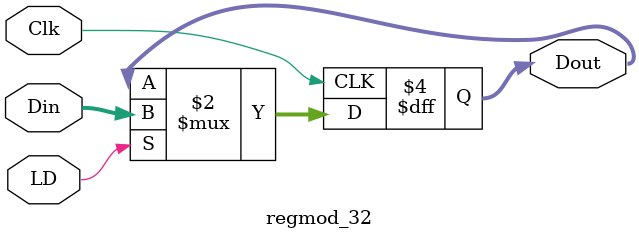
<source format=v>

module regmod_32(input Clk, LD,
				   input  [31:0] Din,
				   output reg [31:0] Dout);
					
		always @ (posedge Clk)
		begin
			if(LD)
				Dout <= Din;
		end
endmodule
</source>
